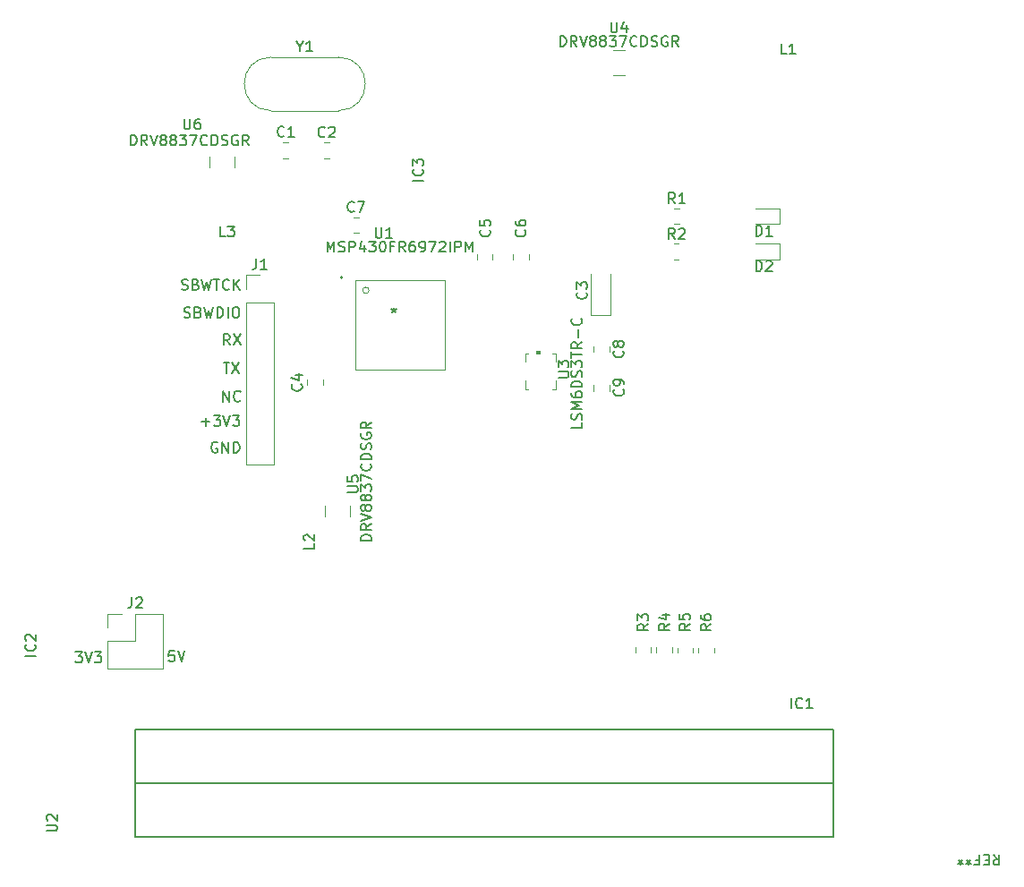
<source format=gbr>
%TF.GenerationSoftware,KiCad,Pcbnew,(6.0.1)*%
%TF.CreationDate,2022-03-12T11:24:15-03:00*%
%TF.ProjectId,magnetorquer_v2_2,6d61676e-6574-46f7-9271-7565725f7632,rev?*%
%TF.SameCoordinates,Original*%
%TF.FileFunction,Legend,Top*%
%TF.FilePolarity,Positive*%
%FSLAX46Y46*%
G04 Gerber Fmt 4.6, Leading zero omitted, Abs format (unit mm)*
G04 Created by KiCad (PCBNEW (6.0.1)) date 2022-03-12 11:24:15*
%MOMM*%
%LPD*%
G01*
G04 APERTURE LIST*
%ADD10C,0.150000*%
%ADD11C,0.120000*%
%ADD12C,0.200000*%
%ADD13C,0.100000*%
G04 APERTURE END LIST*
D10*
X112168085Y-107741980D02*
X112168085Y-106741980D01*
X112739514Y-107741980D01*
X112739514Y-106741980D01*
X113787133Y-107646742D02*
X113739514Y-107694361D01*
X113596657Y-107741980D01*
X113501419Y-107741980D01*
X113358561Y-107694361D01*
X113263323Y-107599123D01*
X113215704Y-107503885D01*
X113168085Y-107313409D01*
X113168085Y-107170552D01*
X113215704Y-106980076D01*
X113263323Y-106884838D01*
X113358561Y-106789600D01*
X113501419Y-106741980D01*
X113596657Y-106741980D01*
X113739514Y-106789600D01*
X113787133Y-106837219D01*
X112787133Y-102382580D02*
X112453800Y-101906390D01*
X112215704Y-102382580D02*
X112215704Y-101382580D01*
X112596657Y-101382580D01*
X112691895Y-101430200D01*
X112739514Y-101477819D01*
X112787133Y-101573057D01*
X112787133Y-101715914D01*
X112739514Y-101811152D01*
X112691895Y-101858771D01*
X112596657Y-101906390D01*
X112215704Y-101906390D01*
X113120466Y-101382580D02*
X113787133Y-102382580D01*
X113787133Y-101382580D02*
X113120466Y-102382580D01*
X108234504Y-97127961D02*
X108377361Y-97175580D01*
X108615457Y-97175580D01*
X108710695Y-97127961D01*
X108758314Y-97080342D01*
X108805933Y-96985104D01*
X108805933Y-96889866D01*
X108758314Y-96794628D01*
X108710695Y-96747009D01*
X108615457Y-96699390D01*
X108424980Y-96651771D01*
X108329742Y-96604152D01*
X108282123Y-96556533D01*
X108234504Y-96461295D01*
X108234504Y-96366057D01*
X108282123Y-96270819D01*
X108329742Y-96223200D01*
X108424980Y-96175580D01*
X108663076Y-96175580D01*
X108805933Y-96223200D01*
X109567838Y-96651771D02*
X109710695Y-96699390D01*
X109758314Y-96747009D01*
X109805933Y-96842247D01*
X109805933Y-96985104D01*
X109758314Y-97080342D01*
X109710695Y-97127961D01*
X109615457Y-97175580D01*
X109234504Y-97175580D01*
X109234504Y-96175580D01*
X109567838Y-96175580D01*
X109663076Y-96223200D01*
X109710695Y-96270819D01*
X109758314Y-96366057D01*
X109758314Y-96461295D01*
X109710695Y-96556533D01*
X109663076Y-96604152D01*
X109567838Y-96651771D01*
X109234504Y-96651771D01*
X110139266Y-96175580D02*
X110377361Y-97175580D01*
X110567838Y-96461295D01*
X110758314Y-97175580D01*
X110996409Y-96175580D01*
X111234504Y-96175580D02*
X111805933Y-96175580D01*
X111520219Y-97175580D02*
X111520219Y-96175580D01*
X112710695Y-97080342D02*
X112663076Y-97127961D01*
X112520219Y-97175580D01*
X112424980Y-97175580D01*
X112282123Y-97127961D01*
X112186885Y-97032723D01*
X112139266Y-96937485D01*
X112091647Y-96747009D01*
X112091647Y-96604152D01*
X112139266Y-96413676D01*
X112186885Y-96318438D01*
X112282123Y-96223200D01*
X112424980Y-96175580D01*
X112520219Y-96175580D01*
X112663076Y-96223200D01*
X112710695Y-96270819D01*
X113139266Y-97175580D02*
X113139266Y-96175580D01*
X113710695Y-97175580D02*
X113282123Y-96604152D01*
X113710695Y-96175580D02*
X113139266Y-96747009D01*
X98202904Y-131430780D02*
X98821952Y-131430780D01*
X98488619Y-131811733D01*
X98631476Y-131811733D01*
X98726714Y-131859352D01*
X98774333Y-131906971D01*
X98821952Y-132002209D01*
X98821952Y-132240304D01*
X98774333Y-132335542D01*
X98726714Y-132383161D01*
X98631476Y-132430780D01*
X98345761Y-132430780D01*
X98250523Y-132383161D01*
X98202904Y-132335542D01*
X99107666Y-131430780D02*
X99441000Y-132430780D01*
X99774333Y-131430780D01*
X100012428Y-131430780D02*
X100631476Y-131430780D01*
X100298142Y-131811733D01*
X100441000Y-131811733D01*
X100536238Y-131859352D01*
X100583857Y-131906971D01*
X100631476Y-132002209D01*
X100631476Y-132240304D01*
X100583857Y-132335542D01*
X100536238Y-132383161D01*
X100441000Y-132430780D01*
X100155285Y-132430780D01*
X100060047Y-132383161D01*
X100012428Y-132335542D01*
X108455152Y-99769561D02*
X108598009Y-99817180D01*
X108836104Y-99817180D01*
X108931342Y-99769561D01*
X108978961Y-99721942D01*
X109026580Y-99626704D01*
X109026580Y-99531466D01*
X108978961Y-99436228D01*
X108931342Y-99388609D01*
X108836104Y-99340990D01*
X108645628Y-99293371D01*
X108550390Y-99245752D01*
X108502771Y-99198133D01*
X108455152Y-99102895D01*
X108455152Y-99007657D01*
X108502771Y-98912419D01*
X108550390Y-98864800D01*
X108645628Y-98817180D01*
X108883723Y-98817180D01*
X109026580Y-98864800D01*
X109788485Y-99293371D02*
X109931342Y-99340990D01*
X109978961Y-99388609D01*
X110026580Y-99483847D01*
X110026580Y-99626704D01*
X109978961Y-99721942D01*
X109931342Y-99769561D01*
X109836104Y-99817180D01*
X109455152Y-99817180D01*
X109455152Y-98817180D01*
X109788485Y-98817180D01*
X109883723Y-98864800D01*
X109931342Y-98912419D01*
X109978961Y-99007657D01*
X109978961Y-99102895D01*
X109931342Y-99198133D01*
X109883723Y-99245752D01*
X109788485Y-99293371D01*
X109455152Y-99293371D01*
X110359914Y-98817180D02*
X110598009Y-99817180D01*
X110788485Y-99102895D01*
X110978961Y-99817180D01*
X111217057Y-98817180D01*
X111598009Y-99817180D02*
X111598009Y-98817180D01*
X111836104Y-98817180D01*
X111978961Y-98864800D01*
X112074200Y-98960038D01*
X112121819Y-99055276D01*
X112169438Y-99245752D01*
X112169438Y-99388609D01*
X112121819Y-99579085D01*
X112074200Y-99674323D01*
X111978961Y-99769561D01*
X111836104Y-99817180D01*
X111598009Y-99817180D01*
X112598009Y-99817180D02*
X112598009Y-98817180D01*
X113264676Y-98817180D02*
X113455152Y-98817180D01*
X113550390Y-98864800D01*
X113645628Y-98960038D01*
X113693247Y-99150514D01*
X113693247Y-99483847D01*
X113645628Y-99674323D01*
X113550390Y-99769561D01*
X113455152Y-99817180D01*
X113264676Y-99817180D01*
X113169438Y-99769561D01*
X113074200Y-99674323D01*
X113026580Y-99483847D01*
X113026580Y-99150514D01*
X113074200Y-98960038D01*
X113169438Y-98864800D01*
X113264676Y-98817180D01*
X107530923Y-131329180D02*
X107054733Y-131329180D01*
X107007114Y-131805371D01*
X107054733Y-131757752D01*
X107149971Y-131710133D01*
X107388066Y-131710133D01*
X107483304Y-131757752D01*
X107530923Y-131805371D01*
X107578542Y-131900609D01*
X107578542Y-132138704D01*
X107530923Y-132233942D01*
X107483304Y-132281561D01*
X107388066Y-132329180D01*
X107149971Y-132329180D01*
X107054733Y-132281561D01*
X107007114Y-132233942D01*
X107864257Y-131329180D02*
X108197590Y-132329180D01*
X108530923Y-131329180D01*
X112191895Y-104049580D02*
X112763323Y-104049580D01*
X112477609Y-105049580D02*
X112477609Y-104049580D01*
X113001419Y-104049580D02*
X113668085Y-105049580D01*
X113668085Y-104049580D02*
X113001419Y-105049580D01*
X110125095Y-109672428D02*
X110887000Y-109672428D01*
X110506047Y-110053380D02*
X110506047Y-109291476D01*
X111267952Y-109053380D02*
X111887000Y-109053380D01*
X111553666Y-109434333D01*
X111696523Y-109434333D01*
X111791761Y-109481952D01*
X111839380Y-109529571D01*
X111887000Y-109624809D01*
X111887000Y-109862904D01*
X111839380Y-109958142D01*
X111791761Y-110005761D01*
X111696523Y-110053380D01*
X111410809Y-110053380D01*
X111315571Y-110005761D01*
X111267952Y-109958142D01*
X112172714Y-109053380D02*
X112506047Y-110053380D01*
X112839380Y-109053380D01*
X113077476Y-109053380D02*
X113696523Y-109053380D01*
X113363190Y-109434333D01*
X113506047Y-109434333D01*
X113601285Y-109481952D01*
X113648904Y-109529571D01*
X113696523Y-109624809D01*
X113696523Y-109862904D01*
X113648904Y-109958142D01*
X113601285Y-110005761D01*
X113506047Y-110053380D01*
X113220333Y-110053380D01*
X113125095Y-110005761D01*
X113077476Y-109958142D01*
X111607695Y-111615600D02*
X111512457Y-111567980D01*
X111369600Y-111567980D01*
X111226742Y-111615600D01*
X111131504Y-111710838D01*
X111083885Y-111806076D01*
X111036266Y-111996552D01*
X111036266Y-112139409D01*
X111083885Y-112329885D01*
X111131504Y-112425123D01*
X111226742Y-112520361D01*
X111369600Y-112567980D01*
X111464838Y-112567980D01*
X111607695Y-112520361D01*
X111655314Y-112472742D01*
X111655314Y-112139409D01*
X111464838Y-112139409D01*
X112083885Y-112567980D02*
X112083885Y-111567980D01*
X112655314Y-112567980D01*
X112655314Y-111567980D01*
X113131504Y-112567980D02*
X113131504Y-111567980D01*
X113369600Y-111567980D01*
X113512457Y-111615600D01*
X113607695Y-111710838D01*
X113655314Y-111806076D01*
X113702933Y-111996552D01*
X113702933Y-112139409D01*
X113655314Y-112329885D01*
X113607695Y-112425123D01*
X113512457Y-112520361D01*
X113369600Y-112567980D01*
X113131504Y-112567980D01*
%TO.C,U5*%
X123912380Y-116331904D02*
X124721904Y-116331904D01*
X124817142Y-116284285D01*
X124864761Y-116236666D01*
X124912380Y-116141428D01*
X124912380Y-115950952D01*
X124864761Y-115855714D01*
X124817142Y-115808095D01*
X124721904Y-115760476D01*
X123912380Y-115760476D01*
X123912380Y-114808095D02*
X123912380Y-115284285D01*
X124388571Y-115331904D01*
X124340952Y-115284285D01*
X124293333Y-115189047D01*
X124293333Y-114950952D01*
X124340952Y-114855714D01*
X124388571Y-114808095D01*
X124483809Y-114760476D01*
X124721904Y-114760476D01*
X124817142Y-114808095D01*
X124864761Y-114855714D01*
X124912380Y-114950952D01*
X124912380Y-115189047D01*
X124864761Y-115284285D01*
X124817142Y-115331904D01*
X126182380Y-120887428D02*
X125182380Y-120887428D01*
X125182380Y-120649333D01*
X125230000Y-120506476D01*
X125325238Y-120411238D01*
X125420476Y-120363619D01*
X125610952Y-120316000D01*
X125753809Y-120316000D01*
X125944285Y-120363619D01*
X126039523Y-120411238D01*
X126134761Y-120506476D01*
X126182380Y-120649333D01*
X126182380Y-120887428D01*
X126182380Y-119316000D02*
X125706190Y-119649333D01*
X126182380Y-119887428D02*
X125182380Y-119887428D01*
X125182380Y-119506476D01*
X125230000Y-119411238D01*
X125277619Y-119363619D01*
X125372857Y-119316000D01*
X125515714Y-119316000D01*
X125610952Y-119363619D01*
X125658571Y-119411238D01*
X125706190Y-119506476D01*
X125706190Y-119887428D01*
X125182380Y-119030285D02*
X126182380Y-118696952D01*
X125182380Y-118363619D01*
X125610952Y-117887428D02*
X125563333Y-117982666D01*
X125515714Y-118030285D01*
X125420476Y-118077904D01*
X125372857Y-118077904D01*
X125277619Y-118030285D01*
X125230000Y-117982666D01*
X125182380Y-117887428D01*
X125182380Y-117696952D01*
X125230000Y-117601714D01*
X125277619Y-117554095D01*
X125372857Y-117506476D01*
X125420476Y-117506476D01*
X125515714Y-117554095D01*
X125563333Y-117601714D01*
X125610952Y-117696952D01*
X125610952Y-117887428D01*
X125658571Y-117982666D01*
X125706190Y-118030285D01*
X125801428Y-118077904D01*
X125991904Y-118077904D01*
X126087142Y-118030285D01*
X126134761Y-117982666D01*
X126182380Y-117887428D01*
X126182380Y-117696952D01*
X126134761Y-117601714D01*
X126087142Y-117554095D01*
X125991904Y-117506476D01*
X125801428Y-117506476D01*
X125706190Y-117554095D01*
X125658571Y-117601714D01*
X125610952Y-117696952D01*
X125610952Y-116935047D02*
X125563333Y-117030285D01*
X125515714Y-117077904D01*
X125420476Y-117125523D01*
X125372857Y-117125523D01*
X125277619Y-117077904D01*
X125230000Y-117030285D01*
X125182380Y-116935047D01*
X125182380Y-116744571D01*
X125230000Y-116649333D01*
X125277619Y-116601714D01*
X125372857Y-116554095D01*
X125420476Y-116554095D01*
X125515714Y-116601714D01*
X125563333Y-116649333D01*
X125610952Y-116744571D01*
X125610952Y-116935047D01*
X125658571Y-117030285D01*
X125706190Y-117077904D01*
X125801428Y-117125523D01*
X125991904Y-117125523D01*
X126087142Y-117077904D01*
X126134761Y-117030285D01*
X126182380Y-116935047D01*
X126182380Y-116744571D01*
X126134761Y-116649333D01*
X126087142Y-116601714D01*
X125991904Y-116554095D01*
X125801428Y-116554095D01*
X125706190Y-116601714D01*
X125658571Y-116649333D01*
X125610952Y-116744571D01*
X125182380Y-116220761D02*
X125182380Y-115601714D01*
X125563333Y-115935047D01*
X125563333Y-115792190D01*
X125610952Y-115696952D01*
X125658571Y-115649333D01*
X125753809Y-115601714D01*
X125991904Y-115601714D01*
X126087142Y-115649333D01*
X126134761Y-115696952D01*
X126182380Y-115792190D01*
X126182380Y-116077904D01*
X126134761Y-116173142D01*
X126087142Y-116220761D01*
X125182380Y-115268380D02*
X125182380Y-114601714D01*
X126182380Y-115030285D01*
X126087142Y-113649333D02*
X126134761Y-113696952D01*
X126182380Y-113839809D01*
X126182380Y-113935047D01*
X126134761Y-114077904D01*
X126039523Y-114173142D01*
X125944285Y-114220761D01*
X125753809Y-114268380D01*
X125610952Y-114268380D01*
X125420476Y-114220761D01*
X125325238Y-114173142D01*
X125230000Y-114077904D01*
X125182380Y-113935047D01*
X125182380Y-113839809D01*
X125230000Y-113696952D01*
X125277619Y-113649333D01*
X126182380Y-113220761D02*
X125182380Y-113220761D01*
X125182380Y-112982666D01*
X125230000Y-112839809D01*
X125325238Y-112744571D01*
X125420476Y-112696952D01*
X125610952Y-112649333D01*
X125753809Y-112649333D01*
X125944285Y-112696952D01*
X126039523Y-112744571D01*
X126134761Y-112839809D01*
X126182380Y-112982666D01*
X126182380Y-113220761D01*
X126134761Y-112268380D02*
X126182380Y-112125523D01*
X126182380Y-111887428D01*
X126134761Y-111792190D01*
X126087142Y-111744571D01*
X125991904Y-111696952D01*
X125896666Y-111696952D01*
X125801428Y-111744571D01*
X125753809Y-111792190D01*
X125706190Y-111887428D01*
X125658571Y-112077904D01*
X125610952Y-112173142D01*
X125563333Y-112220761D01*
X125468095Y-112268380D01*
X125372857Y-112268380D01*
X125277619Y-112220761D01*
X125230000Y-112173142D01*
X125182380Y-112077904D01*
X125182380Y-111839809D01*
X125230000Y-111696952D01*
X125230000Y-110744571D02*
X125182380Y-110839809D01*
X125182380Y-110982666D01*
X125230000Y-111125523D01*
X125325238Y-111220761D01*
X125420476Y-111268380D01*
X125610952Y-111316000D01*
X125753809Y-111316000D01*
X125944285Y-111268380D01*
X126039523Y-111220761D01*
X126134761Y-111125523D01*
X126182380Y-110982666D01*
X126182380Y-110887428D01*
X126134761Y-110744571D01*
X126087142Y-110696952D01*
X125753809Y-110696952D01*
X125753809Y-110887428D01*
X126182380Y-109696952D02*
X125706190Y-110030285D01*
X126182380Y-110268380D02*
X125182380Y-110268380D01*
X125182380Y-109887428D01*
X125230000Y-109792190D01*
X125277619Y-109744571D01*
X125372857Y-109696952D01*
X125515714Y-109696952D01*
X125610952Y-109744571D01*
X125658571Y-109792190D01*
X125706190Y-109887428D01*
X125706190Y-110268380D01*
%TO.C,R6*%
X158313380Y-128817666D02*
X157837190Y-129151000D01*
X158313380Y-129389095D02*
X157313380Y-129389095D01*
X157313380Y-129008142D01*
X157361000Y-128912904D01*
X157408619Y-128865285D01*
X157503857Y-128817666D01*
X157646714Y-128817666D01*
X157741952Y-128865285D01*
X157789571Y-128912904D01*
X157837190Y-129008142D01*
X157837190Y-129389095D01*
X157313380Y-127960523D02*
X157313380Y-128151000D01*
X157361000Y-128246238D01*
X157408619Y-128293857D01*
X157551476Y-128389095D01*
X157741952Y-128436714D01*
X158122904Y-128436714D01*
X158218142Y-128389095D01*
X158265761Y-128341476D01*
X158313380Y-128246238D01*
X158313380Y-128055761D01*
X158265761Y-127960523D01*
X158218142Y-127912904D01*
X158122904Y-127865285D01*
X157884809Y-127865285D01*
X157789571Y-127912904D01*
X157741952Y-127960523D01*
X157694333Y-128055761D01*
X157694333Y-128246238D01*
X157741952Y-128341476D01*
X157789571Y-128389095D01*
X157884809Y-128436714D01*
%TO.C,R5*%
X156306780Y-128766866D02*
X155830590Y-129100200D01*
X156306780Y-129338295D02*
X155306780Y-129338295D01*
X155306780Y-128957342D01*
X155354400Y-128862104D01*
X155402019Y-128814485D01*
X155497257Y-128766866D01*
X155640114Y-128766866D01*
X155735352Y-128814485D01*
X155782971Y-128862104D01*
X155830590Y-128957342D01*
X155830590Y-129338295D01*
X155306780Y-127862104D02*
X155306780Y-128338295D01*
X155782971Y-128385914D01*
X155735352Y-128338295D01*
X155687733Y-128243057D01*
X155687733Y-128004961D01*
X155735352Y-127909723D01*
X155782971Y-127862104D01*
X155878209Y-127814485D01*
X156116304Y-127814485D01*
X156211542Y-127862104D01*
X156259161Y-127909723D01*
X156306780Y-128004961D01*
X156306780Y-128243057D01*
X156259161Y-128338295D01*
X156211542Y-128385914D01*
%TO.C,R4*%
X154376380Y-128766866D02*
X153900190Y-129100200D01*
X154376380Y-129338295D02*
X153376380Y-129338295D01*
X153376380Y-128957342D01*
X153424000Y-128862104D01*
X153471619Y-128814485D01*
X153566857Y-128766866D01*
X153709714Y-128766866D01*
X153804952Y-128814485D01*
X153852571Y-128862104D01*
X153900190Y-128957342D01*
X153900190Y-129338295D01*
X153709714Y-127909723D02*
X154376380Y-127909723D01*
X153328761Y-128147819D02*
X154043047Y-128385914D01*
X154043047Y-127766866D01*
%TO.C,R3*%
X152369780Y-128792266D02*
X151893590Y-129125600D01*
X152369780Y-129363695D02*
X151369780Y-129363695D01*
X151369780Y-128982742D01*
X151417400Y-128887504D01*
X151465019Y-128839885D01*
X151560257Y-128792266D01*
X151703114Y-128792266D01*
X151798352Y-128839885D01*
X151845971Y-128887504D01*
X151893590Y-128982742D01*
X151893590Y-129363695D01*
X151369780Y-128458933D02*
X151369780Y-127839885D01*
X151750733Y-128173219D01*
X151750733Y-128030361D01*
X151798352Y-127935123D01*
X151845971Y-127887504D01*
X151941209Y-127839885D01*
X152179304Y-127839885D01*
X152274542Y-127887504D01*
X152322161Y-127935123D01*
X152369780Y-128030361D01*
X152369780Y-128316076D01*
X152322161Y-128411314D01*
X152274542Y-128458933D01*
%TO.C,U1*%
X126568295Y-91273380D02*
X126568295Y-92082904D01*
X126615914Y-92178142D01*
X126663533Y-92225761D01*
X126758771Y-92273380D01*
X126949247Y-92273380D01*
X127044485Y-92225761D01*
X127092104Y-92178142D01*
X127139723Y-92082904D01*
X127139723Y-91273380D01*
X128139723Y-92273380D02*
X127568295Y-92273380D01*
X127854009Y-92273380D02*
X127854009Y-91273380D01*
X127758771Y-91416238D01*
X127663533Y-91511476D01*
X127568295Y-91559095D01*
X121998647Y-93594180D02*
X121998647Y-92594180D01*
X122331980Y-93308466D01*
X122665314Y-92594180D01*
X122665314Y-93594180D01*
X123093885Y-93546561D02*
X123236742Y-93594180D01*
X123474838Y-93594180D01*
X123570076Y-93546561D01*
X123617695Y-93498942D01*
X123665314Y-93403704D01*
X123665314Y-93308466D01*
X123617695Y-93213228D01*
X123570076Y-93165609D01*
X123474838Y-93117990D01*
X123284361Y-93070371D01*
X123189123Y-93022752D01*
X123141504Y-92975133D01*
X123093885Y-92879895D01*
X123093885Y-92784657D01*
X123141504Y-92689419D01*
X123189123Y-92641800D01*
X123284361Y-92594180D01*
X123522457Y-92594180D01*
X123665314Y-92641800D01*
X124093885Y-93594180D02*
X124093885Y-92594180D01*
X124474838Y-92594180D01*
X124570076Y-92641800D01*
X124617695Y-92689419D01*
X124665314Y-92784657D01*
X124665314Y-92927514D01*
X124617695Y-93022752D01*
X124570076Y-93070371D01*
X124474838Y-93117990D01*
X124093885Y-93117990D01*
X125522457Y-92927514D02*
X125522457Y-93594180D01*
X125284361Y-92546561D02*
X125046266Y-93260847D01*
X125665314Y-93260847D01*
X125951028Y-92594180D02*
X126570076Y-92594180D01*
X126236742Y-92975133D01*
X126379600Y-92975133D01*
X126474838Y-93022752D01*
X126522457Y-93070371D01*
X126570076Y-93165609D01*
X126570076Y-93403704D01*
X126522457Y-93498942D01*
X126474838Y-93546561D01*
X126379600Y-93594180D01*
X126093885Y-93594180D01*
X125998647Y-93546561D01*
X125951028Y-93498942D01*
X127189123Y-92594180D02*
X127284361Y-92594180D01*
X127379600Y-92641800D01*
X127427219Y-92689419D01*
X127474838Y-92784657D01*
X127522457Y-92975133D01*
X127522457Y-93213228D01*
X127474838Y-93403704D01*
X127427219Y-93498942D01*
X127379600Y-93546561D01*
X127284361Y-93594180D01*
X127189123Y-93594180D01*
X127093885Y-93546561D01*
X127046266Y-93498942D01*
X126998647Y-93403704D01*
X126951028Y-93213228D01*
X126951028Y-92975133D01*
X126998647Y-92784657D01*
X127046266Y-92689419D01*
X127093885Y-92641800D01*
X127189123Y-92594180D01*
X128284361Y-93070371D02*
X127951028Y-93070371D01*
X127951028Y-93594180D02*
X127951028Y-92594180D01*
X128427219Y-92594180D01*
X129379600Y-93594180D02*
X129046266Y-93117990D01*
X128808171Y-93594180D02*
X128808171Y-92594180D01*
X129189123Y-92594180D01*
X129284361Y-92641800D01*
X129331980Y-92689419D01*
X129379600Y-92784657D01*
X129379600Y-92927514D01*
X129331980Y-93022752D01*
X129284361Y-93070371D01*
X129189123Y-93117990D01*
X128808171Y-93117990D01*
X130236742Y-92594180D02*
X130046266Y-92594180D01*
X129951028Y-92641800D01*
X129903409Y-92689419D01*
X129808171Y-92832276D01*
X129760552Y-93022752D01*
X129760552Y-93403704D01*
X129808171Y-93498942D01*
X129855790Y-93546561D01*
X129951028Y-93594180D01*
X130141504Y-93594180D01*
X130236742Y-93546561D01*
X130284361Y-93498942D01*
X130331980Y-93403704D01*
X130331980Y-93165609D01*
X130284361Y-93070371D01*
X130236742Y-93022752D01*
X130141504Y-92975133D01*
X129951028Y-92975133D01*
X129855790Y-93022752D01*
X129808171Y-93070371D01*
X129760552Y-93165609D01*
X130808171Y-93594180D02*
X130998647Y-93594180D01*
X131093885Y-93546561D01*
X131141504Y-93498942D01*
X131236742Y-93356085D01*
X131284361Y-93165609D01*
X131284361Y-92784657D01*
X131236742Y-92689419D01*
X131189123Y-92641800D01*
X131093885Y-92594180D01*
X130903409Y-92594180D01*
X130808171Y-92641800D01*
X130760552Y-92689419D01*
X130712933Y-92784657D01*
X130712933Y-93022752D01*
X130760552Y-93117990D01*
X130808171Y-93165609D01*
X130903409Y-93213228D01*
X131093885Y-93213228D01*
X131189123Y-93165609D01*
X131236742Y-93117990D01*
X131284361Y-93022752D01*
X131617695Y-92594180D02*
X132284361Y-92594180D01*
X131855790Y-93594180D01*
X132617695Y-92689419D02*
X132665314Y-92641800D01*
X132760552Y-92594180D01*
X132998647Y-92594180D01*
X133093885Y-92641800D01*
X133141504Y-92689419D01*
X133189123Y-92784657D01*
X133189123Y-92879895D01*
X133141504Y-93022752D01*
X132570076Y-93594180D01*
X133189123Y-93594180D01*
X133617695Y-93594180D02*
X133617695Y-92594180D01*
X134093885Y-93594180D02*
X134093885Y-92594180D01*
X134474838Y-92594180D01*
X134570076Y-92641800D01*
X134617695Y-92689419D01*
X134665314Y-92784657D01*
X134665314Y-92927514D01*
X134617695Y-93022752D01*
X134570076Y-93070371D01*
X134474838Y-93117990D01*
X134093885Y-93117990D01*
X135093885Y-93594180D02*
X135093885Y-92594180D01*
X135427219Y-93308466D01*
X135760552Y-92594180D01*
X135760552Y-93594180D01*
X128295400Y-98867980D02*
X128295400Y-99106076D01*
X128057304Y-99010838D02*
X128295400Y-99106076D01*
X128533495Y-99010838D01*
X128152542Y-99296552D02*
X128295400Y-99106076D01*
X128438257Y-99296552D01*
%TO.C,*%
%TO.C,L2*%
X120784880Y-121170666D02*
X120784880Y-121646857D01*
X119784880Y-121646857D01*
X119880119Y-120884952D02*
X119832500Y-120837333D01*
X119784880Y-120742095D01*
X119784880Y-120504000D01*
X119832500Y-120408761D01*
X119880119Y-120361142D01*
X119975357Y-120313523D01*
X120070595Y-120313523D01*
X120213452Y-120361142D01*
X120784880Y-120932571D01*
X120784880Y-120313523D01*
%TO.C,C3*%
X146485942Y-97423266D02*
X146533561Y-97470885D01*
X146581180Y-97613742D01*
X146581180Y-97708980D01*
X146533561Y-97851838D01*
X146438323Y-97947076D01*
X146343085Y-97994695D01*
X146152609Y-98042314D01*
X146009752Y-98042314D01*
X145819276Y-97994695D01*
X145724038Y-97947076D01*
X145628800Y-97851838D01*
X145581180Y-97708980D01*
X145581180Y-97613742D01*
X145628800Y-97470885D01*
X145676419Y-97423266D01*
X145581180Y-97089933D02*
X145581180Y-96470885D01*
X145962133Y-96804219D01*
X145962133Y-96661361D01*
X146009752Y-96566123D01*
X146057371Y-96518504D01*
X146152609Y-96470885D01*
X146390704Y-96470885D01*
X146485942Y-96518504D01*
X146533561Y-96566123D01*
X146581180Y-96661361D01*
X146581180Y-96947076D01*
X146533561Y-97042314D01*
X146485942Y-97089933D01*
%TO.C,U2*%
X95452380Y-148361304D02*
X96261904Y-148361304D01*
X96357142Y-148313685D01*
X96404761Y-148266066D01*
X96452380Y-148170828D01*
X96452380Y-147980352D01*
X96404761Y-147885114D01*
X96357142Y-147837495D01*
X96261904Y-147789876D01*
X95452380Y-147789876D01*
X95547619Y-147361304D02*
X95500000Y-147313685D01*
X95452380Y-147218447D01*
X95452380Y-146980352D01*
X95500000Y-146885114D01*
X95547619Y-146837495D01*
X95642857Y-146789876D01*
X95738095Y-146789876D01*
X95880952Y-146837495D01*
X96452380Y-147408923D01*
X96452380Y-146789876D01*
%TO.C,C2*%
X121778733Y-82649542D02*
X121731114Y-82697161D01*
X121588257Y-82744780D01*
X121493019Y-82744780D01*
X121350161Y-82697161D01*
X121254923Y-82601923D01*
X121207304Y-82506685D01*
X121159685Y-82316209D01*
X121159685Y-82173352D01*
X121207304Y-81982876D01*
X121254923Y-81887638D01*
X121350161Y-81792400D01*
X121493019Y-81744780D01*
X121588257Y-81744780D01*
X121731114Y-81792400D01*
X121778733Y-81840019D01*
X122159685Y-81840019D02*
X122207304Y-81792400D01*
X122302542Y-81744780D01*
X122540638Y-81744780D01*
X122635876Y-81792400D01*
X122683495Y-81840019D01*
X122731114Y-81935257D01*
X122731114Y-82030495D01*
X122683495Y-82173352D01*
X122112066Y-82744780D01*
X122731114Y-82744780D01*
%TO.C,C7*%
X124547333Y-89736142D02*
X124499714Y-89783761D01*
X124356857Y-89831380D01*
X124261619Y-89831380D01*
X124118761Y-89783761D01*
X124023523Y-89688523D01*
X123975904Y-89593285D01*
X123928285Y-89402809D01*
X123928285Y-89259952D01*
X123975904Y-89069476D01*
X124023523Y-88974238D01*
X124118761Y-88879000D01*
X124261619Y-88831380D01*
X124356857Y-88831380D01*
X124499714Y-88879000D01*
X124547333Y-88926619D01*
X124880666Y-88831380D02*
X125547333Y-88831380D01*
X125118761Y-89831380D01*
%TO.C,C5*%
X137339342Y-91505066D02*
X137386961Y-91552685D01*
X137434580Y-91695542D01*
X137434580Y-91790780D01*
X137386961Y-91933638D01*
X137291723Y-92028876D01*
X137196485Y-92076495D01*
X137006009Y-92124114D01*
X136863152Y-92124114D01*
X136672676Y-92076495D01*
X136577438Y-92028876D01*
X136482200Y-91933638D01*
X136434580Y-91790780D01*
X136434580Y-91695542D01*
X136482200Y-91552685D01*
X136529819Y-91505066D01*
X136434580Y-90600304D02*
X136434580Y-91076495D01*
X136910771Y-91124114D01*
X136863152Y-91076495D01*
X136815533Y-90981257D01*
X136815533Y-90743161D01*
X136863152Y-90647923D01*
X136910771Y-90600304D01*
X137006009Y-90552685D01*
X137244104Y-90552685D01*
X137339342Y-90600304D01*
X137386961Y-90647923D01*
X137434580Y-90743161D01*
X137434580Y-90981257D01*
X137386961Y-91076495D01*
X137339342Y-91124114D01*
%TO.C,R2*%
X154874933Y-92350580D02*
X154541600Y-91874390D01*
X154303504Y-92350580D02*
X154303504Y-91350580D01*
X154684457Y-91350580D01*
X154779695Y-91398200D01*
X154827314Y-91445819D01*
X154874933Y-91541057D01*
X154874933Y-91683914D01*
X154827314Y-91779152D01*
X154779695Y-91826771D01*
X154684457Y-91874390D01*
X154303504Y-91874390D01*
X155255885Y-91445819D02*
X155303504Y-91398200D01*
X155398742Y-91350580D01*
X155636838Y-91350580D01*
X155732076Y-91398200D01*
X155779695Y-91445819D01*
X155827314Y-91541057D01*
X155827314Y-91636295D01*
X155779695Y-91779152D01*
X155208266Y-92350580D01*
X155827314Y-92350580D01*
%TO.C,Y1*%
X119401809Y-74149790D02*
X119401809Y-74625980D01*
X119068476Y-73625980D02*
X119401809Y-74149790D01*
X119735142Y-73625980D01*
X120592285Y-74625980D02*
X120020857Y-74625980D01*
X120306571Y-74625980D02*
X120306571Y-73625980D01*
X120211333Y-73768838D01*
X120116095Y-73864076D01*
X120020857Y-73911695D01*
%TO.C,C4*%
X119530342Y-106110066D02*
X119577961Y-106157685D01*
X119625580Y-106300542D01*
X119625580Y-106395780D01*
X119577961Y-106538638D01*
X119482723Y-106633876D01*
X119387485Y-106681495D01*
X119197009Y-106729114D01*
X119054152Y-106729114D01*
X118863676Y-106681495D01*
X118768438Y-106633876D01*
X118673200Y-106538638D01*
X118625580Y-106395780D01*
X118625580Y-106300542D01*
X118673200Y-106157685D01*
X118720819Y-106110066D01*
X118958914Y-105252923D02*
X119625580Y-105252923D01*
X118577961Y-105491019D02*
X119292247Y-105729114D01*
X119292247Y-105110066D01*
%TO.C,U6*%
X108458095Y-80986380D02*
X108458095Y-81795904D01*
X108505714Y-81891142D01*
X108553333Y-81938761D01*
X108648571Y-81986380D01*
X108839047Y-81986380D01*
X108934285Y-81938761D01*
X108981904Y-81891142D01*
X109029523Y-81795904D01*
X109029523Y-80986380D01*
X109934285Y-80986380D02*
X109743809Y-80986380D01*
X109648571Y-81034000D01*
X109600952Y-81081619D01*
X109505714Y-81224476D01*
X109458095Y-81414952D01*
X109458095Y-81795904D01*
X109505714Y-81891142D01*
X109553333Y-81938761D01*
X109648571Y-81986380D01*
X109839047Y-81986380D01*
X109934285Y-81938761D01*
X109981904Y-81891142D01*
X110029523Y-81795904D01*
X110029523Y-81557809D01*
X109981904Y-81462571D01*
X109934285Y-81414952D01*
X109839047Y-81367333D01*
X109648571Y-81367333D01*
X109553333Y-81414952D01*
X109505714Y-81462571D01*
X109458095Y-81557809D01*
X103394571Y-83510380D02*
X103394571Y-82510380D01*
X103632666Y-82510380D01*
X103775523Y-82558000D01*
X103870761Y-82653238D01*
X103918380Y-82748476D01*
X103966000Y-82938952D01*
X103966000Y-83081809D01*
X103918380Y-83272285D01*
X103870761Y-83367523D01*
X103775523Y-83462761D01*
X103632666Y-83510380D01*
X103394571Y-83510380D01*
X104966000Y-83510380D02*
X104632666Y-83034190D01*
X104394571Y-83510380D02*
X104394571Y-82510380D01*
X104775523Y-82510380D01*
X104870761Y-82558000D01*
X104918380Y-82605619D01*
X104966000Y-82700857D01*
X104966000Y-82843714D01*
X104918380Y-82938952D01*
X104870761Y-82986571D01*
X104775523Y-83034190D01*
X104394571Y-83034190D01*
X105251714Y-82510380D02*
X105585047Y-83510380D01*
X105918380Y-82510380D01*
X106394571Y-82938952D02*
X106299333Y-82891333D01*
X106251714Y-82843714D01*
X106204095Y-82748476D01*
X106204095Y-82700857D01*
X106251714Y-82605619D01*
X106299333Y-82558000D01*
X106394571Y-82510380D01*
X106585047Y-82510380D01*
X106680285Y-82558000D01*
X106727904Y-82605619D01*
X106775523Y-82700857D01*
X106775523Y-82748476D01*
X106727904Y-82843714D01*
X106680285Y-82891333D01*
X106585047Y-82938952D01*
X106394571Y-82938952D01*
X106299333Y-82986571D01*
X106251714Y-83034190D01*
X106204095Y-83129428D01*
X106204095Y-83319904D01*
X106251714Y-83415142D01*
X106299333Y-83462761D01*
X106394571Y-83510380D01*
X106585047Y-83510380D01*
X106680285Y-83462761D01*
X106727904Y-83415142D01*
X106775523Y-83319904D01*
X106775523Y-83129428D01*
X106727904Y-83034190D01*
X106680285Y-82986571D01*
X106585047Y-82938952D01*
X107346952Y-82938952D02*
X107251714Y-82891333D01*
X107204095Y-82843714D01*
X107156476Y-82748476D01*
X107156476Y-82700857D01*
X107204095Y-82605619D01*
X107251714Y-82558000D01*
X107346952Y-82510380D01*
X107537428Y-82510380D01*
X107632666Y-82558000D01*
X107680285Y-82605619D01*
X107727904Y-82700857D01*
X107727904Y-82748476D01*
X107680285Y-82843714D01*
X107632666Y-82891333D01*
X107537428Y-82938952D01*
X107346952Y-82938952D01*
X107251714Y-82986571D01*
X107204095Y-83034190D01*
X107156476Y-83129428D01*
X107156476Y-83319904D01*
X107204095Y-83415142D01*
X107251714Y-83462761D01*
X107346952Y-83510380D01*
X107537428Y-83510380D01*
X107632666Y-83462761D01*
X107680285Y-83415142D01*
X107727904Y-83319904D01*
X107727904Y-83129428D01*
X107680285Y-83034190D01*
X107632666Y-82986571D01*
X107537428Y-82938952D01*
X108061238Y-82510380D02*
X108680285Y-82510380D01*
X108346952Y-82891333D01*
X108489809Y-82891333D01*
X108585047Y-82938952D01*
X108632666Y-82986571D01*
X108680285Y-83081809D01*
X108680285Y-83319904D01*
X108632666Y-83415142D01*
X108585047Y-83462761D01*
X108489809Y-83510380D01*
X108204095Y-83510380D01*
X108108857Y-83462761D01*
X108061238Y-83415142D01*
X109013619Y-82510380D02*
X109680285Y-82510380D01*
X109251714Y-83510380D01*
X110632666Y-83415142D02*
X110585047Y-83462761D01*
X110442190Y-83510380D01*
X110346952Y-83510380D01*
X110204095Y-83462761D01*
X110108857Y-83367523D01*
X110061238Y-83272285D01*
X110013619Y-83081809D01*
X110013619Y-82938952D01*
X110061238Y-82748476D01*
X110108857Y-82653238D01*
X110204095Y-82558000D01*
X110346952Y-82510380D01*
X110442190Y-82510380D01*
X110585047Y-82558000D01*
X110632666Y-82605619D01*
X111061238Y-83510380D02*
X111061238Y-82510380D01*
X111299333Y-82510380D01*
X111442190Y-82558000D01*
X111537428Y-82653238D01*
X111585047Y-82748476D01*
X111632666Y-82938952D01*
X111632666Y-83081809D01*
X111585047Y-83272285D01*
X111537428Y-83367523D01*
X111442190Y-83462761D01*
X111299333Y-83510380D01*
X111061238Y-83510380D01*
X112013619Y-83462761D02*
X112156476Y-83510380D01*
X112394571Y-83510380D01*
X112489809Y-83462761D01*
X112537428Y-83415142D01*
X112585047Y-83319904D01*
X112585047Y-83224666D01*
X112537428Y-83129428D01*
X112489809Y-83081809D01*
X112394571Y-83034190D01*
X112204095Y-82986571D01*
X112108857Y-82938952D01*
X112061238Y-82891333D01*
X112013619Y-82796095D01*
X112013619Y-82700857D01*
X112061238Y-82605619D01*
X112108857Y-82558000D01*
X112204095Y-82510380D01*
X112442190Y-82510380D01*
X112585047Y-82558000D01*
X113537428Y-82558000D02*
X113442190Y-82510380D01*
X113299333Y-82510380D01*
X113156476Y-82558000D01*
X113061238Y-82653238D01*
X113013619Y-82748476D01*
X112966000Y-82938952D01*
X112966000Y-83081809D01*
X113013619Y-83272285D01*
X113061238Y-83367523D01*
X113156476Y-83462761D01*
X113299333Y-83510380D01*
X113394571Y-83510380D01*
X113537428Y-83462761D01*
X113585047Y-83415142D01*
X113585047Y-83081809D01*
X113394571Y-83081809D01*
X114585047Y-83510380D02*
X114251714Y-83034190D01*
X114013619Y-83510380D02*
X114013619Y-82510380D01*
X114394571Y-82510380D01*
X114489809Y-82558000D01*
X114537428Y-82605619D01*
X114585047Y-82700857D01*
X114585047Y-82843714D01*
X114537428Y-82938952D01*
X114489809Y-82986571D01*
X114394571Y-83034190D01*
X114013619Y-83034190D01*
%TO.C,J1*%
X115287466Y-94221580D02*
X115287466Y-94935866D01*
X115239847Y-95078723D01*
X115144609Y-95173961D01*
X115001752Y-95221580D01*
X114906514Y-95221580D01*
X116287466Y-95221580D02*
X115716038Y-95221580D01*
X116001752Y-95221580D02*
X116001752Y-94221580D01*
X115906514Y-94364438D01*
X115811276Y-94459676D01*
X115716038Y-94507295D01*
%TO.C,C6*%
X140692142Y-91505066D02*
X140739761Y-91552685D01*
X140787380Y-91695542D01*
X140787380Y-91790780D01*
X140739761Y-91933638D01*
X140644523Y-92028876D01*
X140549285Y-92076495D01*
X140358809Y-92124114D01*
X140215952Y-92124114D01*
X140025476Y-92076495D01*
X139930238Y-92028876D01*
X139835000Y-91933638D01*
X139787380Y-91790780D01*
X139787380Y-91695542D01*
X139835000Y-91552685D01*
X139882619Y-91505066D01*
X139787380Y-90647923D02*
X139787380Y-90838400D01*
X139835000Y-90933638D01*
X139882619Y-90981257D01*
X140025476Y-91076495D01*
X140215952Y-91124114D01*
X140596904Y-91124114D01*
X140692142Y-91076495D01*
X140739761Y-91028876D01*
X140787380Y-90933638D01*
X140787380Y-90743161D01*
X140739761Y-90647923D01*
X140692142Y-90600304D01*
X140596904Y-90552685D01*
X140358809Y-90552685D01*
X140263571Y-90600304D01*
X140215952Y-90647923D01*
X140168333Y-90743161D01*
X140168333Y-90933638D01*
X140215952Y-91028876D01*
X140263571Y-91076495D01*
X140358809Y-91124114D01*
%TO.C,R1*%
X154900333Y-88997780D02*
X154567000Y-88521590D01*
X154328904Y-88997780D02*
X154328904Y-87997780D01*
X154709857Y-87997780D01*
X154805095Y-88045400D01*
X154852714Y-88093019D01*
X154900333Y-88188257D01*
X154900333Y-88331114D01*
X154852714Y-88426352D01*
X154805095Y-88473971D01*
X154709857Y-88521590D01*
X154328904Y-88521590D01*
X155852714Y-88997780D02*
X155281285Y-88997780D01*
X155567000Y-88997780D02*
X155567000Y-87997780D01*
X155471761Y-88140638D01*
X155376523Y-88235876D01*
X155281285Y-88283495D01*
%TO.C,REF\u002A\u002A*%
X185000733Y-150593419D02*
X185334066Y-151069609D01*
X185572161Y-150593419D02*
X185572161Y-151593419D01*
X185191209Y-151593419D01*
X185095971Y-151545800D01*
X185048352Y-151498180D01*
X185000733Y-151402942D01*
X185000733Y-151260085D01*
X185048352Y-151164847D01*
X185095971Y-151117228D01*
X185191209Y-151069609D01*
X185572161Y-151069609D01*
X184572161Y-151117228D02*
X184238828Y-151117228D01*
X184095971Y-150593419D02*
X184572161Y-150593419D01*
X184572161Y-151593419D01*
X184095971Y-151593419D01*
X183334066Y-151117228D02*
X183667400Y-151117228D01*
X183667400Y-150593419D02*
X183667400Y-151593419D01*
X183191209Y-151593419D01*
X182667400Y-151593419D02*
X182667400Y-151355323D01*
X182905495Y-151450561D02*
X182667400Y-151355323D01*
X182429304Y-151450561D01*
X182810257Y-151164847D02*
X182667400Y-151355323D01*
X182524542Y-151164847D01*
X181905495Y-151593419D02*
X181905495Y-151355323D01*
X182143590Y-151450561D02*
X181905495Y-151355323D01*
X181667400Y-151450561D01*
X182048352Y-151164847D02*
X181905495Y-151355323D01*
X181762638Y-151164847D01*
%TO.C,C1*%
X117917933Y-82602342D02*
X117870314Y-82649961D01*
X117727457Y-82697580D01*
X117632219Y-82697580D01*
X117489361Y-82649961D01*
X117394123Y-82554723D01*
X117346504Y-82459485D01*
X117298885Y-82269009D01*
X117298885Y-82126152D01*
X117346504Y-81935676D01*
X117394123Y-81840438D01*
X117489361Y-81745200D01*
X117632219Y-81697580D01*
X117727457Y-81697580D01*
X117870314Y-81745200D01*
X117917933Y-81792819D01*
X118870314Y-82697580D02*
X118298885Y-82697580D01*
X118584600Y-82697580D02*
X118584600Y-81697580D01*
X118489361Y-81840438D01*
X118394123Y-81935676D01*
X118298885Y-81983295D01*
%TO.C,D2*%
X162558504Y-95430580D02*
X162558504Y-94430580D01*
X162796600Y-94430580D01*
X162939457Y-94478200D01*
X163034695Y-94573438D01*
X163082314Y-94668676D01*
X163129933Y-94859152D01*
X163129933Y-95002009D01*
X163082314Y-95192485D01*
X163034695Y-95287723D01*
X162939457Y-95382961D01*
X162796600Y-95430580D01*
X162558504Y-95430580D01*
X163510885Y-94525819D02*
X163558504Y-94478200D01*
X163653742Y-94430580D01*
X163891838Y-94430580D01*
X163987076Y-94478200D01*
X164034695Y-94525819D01*
X164082314Y-94621057D01*
X164082314Y-94716295D01*
X164034695Y-94859152D01*
X163463266Y-95430580D01*
X164082314Y-95430580D01*
%TO.C,D1*%
X162558504Y-92077780D02*
X162558504Y-91077780D01*
X162796600Y-91077780D01*
X162939457Y-91125400D01*
X163034695Y-91220638D01*
X163082314Y-91315876D01*
X163129933Y-91506352D01*
X163129933Y-91649209D01*
X163082314Y-91839685D01*
X163034695Y-91934923D01*
X162939457Y-92030161D01*
X162796600Y-92077780D01*
X162558504Y-92077780D01*
X164082314Y-92077780D02*
X163510885Y-92077780D01*
X163796600Y-92077780D02*
X163796600Y-91077780D01*
X163701361Y-91220638D01*
X163606123Y-91315876D01*
X163510885Y-91363495D01*
%TO.C,U3*%
X143851380Y-105460704D02*
X144660904Y-105460704D01*
X144756142Y-105413085D01*
X144803761Y-105365466D01*
X144851380Y-105270228D01*
X144851380Y-105079752D01*
X144803761Y-104984514D01*
X144756142Y-104936895D01*
X144660904Y-104889276D01*
X143851380Y-104889276D01*
X143851380Y-104508323D02*
X143851380Y-103889276D01*
X144232333Y-104222609D01*
X144232333Y-104079752D01*
X144279952Y-103984514D01*
X144327571Y-103936895D01*
X144422809Y-103889276D01*
X144660904Y-103889276D01*
X144756142Y-103936895D01*
X144803761Y-103984514D01*
X144851380Y-104079752D01*
X144851380Y-104365466D01*
X144803761Y-104460704D01*
X144756142Y-104508323D01*
X146095980Y-109753266D02*
X146095980Y-110229457D01*
X145095980Y-110229457D01*
X146048361Y-109467552D02*
X146095980Y-109324695D01*
X146095980Y-109086600D01*
X146048361Y-108991361D01*
X146000742Y-108943742D01*
X145905504Y-108896123D01*
X145810266Y-108896123D01*
X145715028Y-108943742D01*
X145667409Y-108991361D01*
X145619790Y-109086600D01*
X145572171Y-109277076D01*
X145524552Y-109372314D01*
X145476933Y-109419933D01*
X145381695Y-109467552D01*
X145286457Y-109467552D01*
X145191219Y-109419933D01*
X145143600Y-109372314D01*
X145095980Y-109277076D01*
X145095980Y-109038980D01*
X145143600Y-108896123D01*
X146095980Y-108467552D02*
X145095980Y-108467552D01*
X145810266Y-108134219D01*
X145095980Y-107800885D01*
X146095980Y-107800885D01*
X145095980Y-106896123D02*
X145095980Y-107086600D01*
X145143600Y-107181838D01*
X145191219Y-107229457D01*
X145334076Y-107324695D01*
X145524552Y-107372314D01*
X145905504Y-107372314D01*
X146000742Y-107324695D01*
X146048361Y-107277076D01*
X146095980Y-107181838D01*
X146095980Y-106991361D01*
X146048361Y-106896123D01*
X146000742Y-106848504D01*
X145905504Y-106800885D01*
X145667409Y-106800885D01*
X145572171Y-106848504D01*
X145524552Y-106896123D01*
X145476933Y-106991361D01*
X145476933Y-107181838D01*
X145524552Y-107277076D01*
X145572171Y-107324695D01*
X145667409Y-107372314D01*
X146095980Y-106372314D02*
X145095980Y-106372314D01*
X145095980Y-106134219D01*
X145143600Y-105991361D01*
X145238838Y-105896123D01*
X145334076Y-105848504D01*
X145524552Y-105800885D01*
X145667409Y-105800885D01*
X145857885Y-105848504D01*
X145953123Y-105896123D01*
X146048361Y-105991361D01*
X146095980Y-106134219D01*
X146095980Y-106372314D01*
X146048361Y-105419933D02*
X146095980Y-105277076D01*
X146095980Y-105038980D01*
X146048361Y-104943742D01*
X146000742Y-104896123D01*
X145905504Y-104848504D01*
X145810266Y-104848504D01*
X145715028Y-104896123D01*
X145667409Y-104943742D01*
X145619790Y-105038980D01*
X145572171Y-105229457D01*
X145524552Y-105324695D01*
X145476933Y-105372314D01*
X145381695Y-105419933D01*
X145286457Y-105419933D01*
X145191219Y-105372314D01*
X145143600Y-105324695D01*
X145095980Y-105229457D01*
X145095980Y-104991361D01*
X145143600Y-104848504D01*
X145095980Y-104515171D02*
X145095980Y-103896123D01*
X145476933Y-104229457D01*
X145476933Y-104086600D01*
X145524552Y-103991361D01*
X145572171Y-103943742D01*
X145667409Y-103896123D01*
X145905504Y-103896123D01*
X146000742Y-103943742D01*
X146048361Y-103991361D01*
X146095980Y-104086600D01*
X146095980Y-104372314D01*
X146048361Y-104467552D01*
X146000742Y-104515171D01*
X145095980Y-103610409D02*
X145095980Y-103038980D01*
X146095980Y-103324695D02*
X145095980Y-103324695D01*
X146095980Y-102134219D02*
X145619790Y-102467552D01*
X146095980Y-102705647D02*
X145095980Y-102705647D01*
X145095980Y-102324695D01*
X145143600Y-102229457D01*
X145191219Y-102181838D01*
X145286457Y-102134219D01*
X145429314Y-102134219D01*
X145524552Y-102181838D01*
X145572171Y-102229457D01*
X145619790Y-102324695D01*
X145619790Y-102705647D01*
X145715028Y-101705647D02*
X145715028Y-100943742D01*
X146000742Y-99896123D02*
X146048361Y-99943742D01*
X146095980Y-100086600D01*
X146095980Y-100181838D01*
X146048361Y-100324695D01*
X145953123Y-100419933D01*
X145857885Y-100467552D01*
X145667409Y-100515171D01*
X145524552Y-100515171D01*
X145334076Y-100467552D01*
X145238838Y-100419933D01*
X145143600Y-100324695D01*
X145095980Y-100181838D01*
X145095980Y-100086600D01*
X145143600Y-99943742D01*
X145191219Y-99896123D01*
%TO.C,*%
%TO.C,L3*%
X112355333Y-92146380D02*
X111879142Y-92146380D01*
X111879142Y-91146380D01*
X112593428Y-91146380D02*
X113212476Y-91146380D01*
X112879142Y-91527333D01*
X113022000Y-91527333D01*
X113117238Y-91574952D01*
X113164857Y-91622571D01*
X113212476Y-91717809D01*
X113212476Y-91955904D01*
X113164857Y-92051142D01*
X113117238Y-92098761D01*
X113022000Y-92146380D01*
X112736285Y-92146380D01*
X112641047Y-92098761D01*
X112593428Y-92051142D01*
%TO.C,*%
%TO.C,C9*%
X149980942Y-106603266D02*
X150028561Y-106650885D01*
X150076180Y-106793742D01*
X150076180Y-106888980D01*
X150028561Y-107031838D01*
X149933323Y-107127076D01*
X149838085Y-107174695D01*
X149647609Y-107222314D01*
X149504752Y-107222314D01*
X149314276Y-107174695D01*
X149219038Y-107127076D01*
X149123800Y-107031838D01*
X149076180Y-106888980D01*
X149076180Y-106793742D01*
X149123800Y-106650885D01*
X149171419Y-106603266D01*
X150076180Y-106127076D02*
X150076180Y-105936600D01*
X150028561Y-105841361D01*
X149980942Y-105793742D01*
X149838085Y-105698504D01*
X149647609Y-105650885D01*
X149266657Y-105650885D01*
X149171419Y-105698504D01*
X149123800Y-105746123D01*
X149076180Y-105841361D01*
X149076180Y-106031838D01*
X149123800Y-106127076D01*
X149171419Y-106174695D01*
X149266657Y-106222314D01*
X149504752Y-106222314D01*
X149599990Y-106174695D01*
X149647609Y-106127076D01*
X149695228Y-106031838D01*
X149695228Y-105841361D01*
X149647609Y-105746123D01*
X149599990Y-105698504D01*
X149504752Y-105650885D01*
%TO.C,C8*%
X149970942Y-102953266D02*
X150018561Y-103000885D01*
X150066180Y-103143742D01*
X150066180Y-103238980D01*
X150018561Y-103381838D01*
X149923323Y-103477076D01*
X149828085Y-103524695D01*
X149637609Y-103572314D01*
X149494752Y-103572314D01*
X149304276Y-103524695D01*
X149209038Y-103477076D01*
X149113800Y-103381838D01*
X149066180Y-103238980D01*
X149066180Y-103143742D01*
X149113800Y-103000885D01*
X149161419Y-102953266D01*
X149494752Y-102381838D02*
X149447133Y-102477076D01*
X149399514Y-102524695D01*
X149304276Y-102572314D01*
X149256657Y-102572314D01*
X149161419Y-102524695D01*
X149113800Y-102477076D01*
X149066180Y-102381838D01*
X149066180Y-102191361D01*
X149113800Y-102096123D01*
X149161419Y-102048504D01*
X149256657Y-102000885D01*
X149304276Y-102000885D01*
X149399514Y-102048504D01*
X149447133Y-102096123D01*
X149494752Y-102191361D01*
X149494752Y-102381838D01*
X149542371Y-102477076D01*
X149589990Y-102524695D01*
X149685228Y-102572314D01*
X149875704Y-102572314D01*
X149970942Y-102524695D01*
X150018561Y-102477076D01*
X150066180Y-102381838D01*
X150066180Y-102191361D01*
X150018561Y-102096123D01*
X149970942Y-102048504D01*
X149875704Y-102000885D01*
X149685228Y-102000885D01*
X149589990Y-102048504D01*
X149542371Y-102096123D01*
X149494752Y-102191361D01*
%TO.C,L1*%
X165441333Y-74874380D02*
X164965142Y-74874380D01*
X164965142Y-73874380D01*
X166298476Y-74874380D02*
X165727047Y-74874380D01*
X166012761Y-74874380D02*
X166012761Y-73874380D01*
X165917523Y-74017238D01*
X165822285Y-74112476D01*
X165727047Y-74160095D01*
%TO.C,U4*%
X148844095Y-71842380D02*
X148844095Y-72651904D01*
X148891714Y-72747142D01*
X148939333Y-72794761D01*
X149034571Y-72842380D01*
X149225047Y-72842380D01*
X149320285Y-72794761D01*
X149367904Y-72747142D01*
X149415523Y-72651904D01*
X149415523Y-71842380D01*
X150320285Y-72175714D02*
X150320285Y-72842380D01*
X150082190Y-71794761D02*
X149844095Y-72509047D01*
X150463142Y-72509047D01*
X144034571Y-74163180D02*
X144034571Y-73163180D01*
X144272666Y-73163180D01*
X144415523Y-73210800D01*
X144510761Y-73306038D01*
X144558380Y-73401276D01*
X144606000Y-73591752D01*
X144606000Y-73734609D01*
X144558380Y-73925085D01*
X144510761Y-74020323D01*
X144415523Y-74115561D01*
X144272666Y-74163180D01*
X144034571Y-74163180D01*
X145606000Y-74163180D02*
X145272666Y-73686990D01*
X145034571Y-74163180D02*
X145034571Y-73163180D01*
X145415523Y-73163180D01*
X145510761Y-73210800D01*
X145558380Y-73258419D01*
X145606000Y-73353657D01*
X145606000Y-73496514D01*
X145558380Y-73591752D01*
X145510761Y-73639371D01*
X145415523Y-73686990D01*
X145034571Y-73686990D01*
X145891714Y-73163180D02*
X146225047Y-74163180D01*
X146558380Y-73163180D01*
X147034571Y-73591752D02*
X146939333Y-73544133D01*
X146891714Y-73496514D01*
X146844095Y-73401276D01*
X146844095Y-73353657D01*
X146891714Y-73258419D01*
X146939333Y-73210800D01*
X147034571Y-73163180D01*
X147225047Y-73163180D01*
X147320285Y-73210800D01*
X147367904Y-73258419D01*
X147415523Y-73353657D01*
X147415523Y-73401276D01*
X147367904Y-73496514D01*
X147320285Y-73544133D01*
X147225047Y-73591752D01*
X147034571Y-73591752D01*
X146939333Y-73639371D01*
X146891714Y-73686990D01*
X146844095Y-73782228D01*
X146844095Y-73972704D01*
X146891714Y-74067942D01*
X146939333Y-74115561D01*
X147034571Y-74163180D01*
X147225047Y-74163180D01*
X147320285Y-74115561D01*
X147367904Y-74067942D01*
X147415523Y-73972704D01*
X147415523Y-73782228D01*
X147367904Y-73686990D01*
X147320285Y-73639371D01*
X147225047Y-73591752D01*
X147986952Y-73591752D02*
X147891714Y-73544133D01*
X147844095Y-73496514D01*
X147796476Y-73401276D01*
X147796476Y-73353657D01*
X147844095Y-73258419D01*
X147891714Y-73210800D01*
X147986952Y-73163180D01*
X148177428Y-73163180D01*
X148272666Y-73210800D01*
X148320285Y-73258419D01*
X148367904Y-73353657D01*
X148367904Y-73401276D01*
X148320285Y-73496514D01*
X148272666Y-73544133D01*
X148177428Y-73591752D01*
X147986952Y-73591752D01*
X147891714Y-73639371D01*
X147844095Y-73686990D01*
X147796476Y-73782228D01*
X147796476Y-73972704D01*
X147844095Y-74067942D01*
X147891714Y-74115561D01*
X147986952Y-74163180D01*
X148177428Y-74163180D01*
X148272666Y-74115561D01*
X148320285Y-74067942D01*
X148367904Y-73972704D01*
X148367904Y-73782228D01*
X148320285Y-73686990D01*
X148272666Y-73639371D01*
X148177428Y-73591752D01*
X148701238Y-73163180D02*
X149320285Y-73163180D01*
X148986952Y-73544133D01*
X149129809Y-73544133D01*
X149225047Y-73591752D01*
X149272666Y-73639371D01*
X149320285Y-73734609D01*
X149320285Y-73972704D01*
X149272666Y-74067942D01*
X149225047Y-74115561D01*
X149129809Y-74163180D01*
X148844095Y-74163180D01*
X148748857Y-74115561D01*
X148701238Y-74067942D01*
X149653619Y-73163180D02*
X150320285Y-73163180D01*
X149891714Y-74163180D01*
X151272666Y-74067942D02*
X151225047Y-74115561D01*
X151082190Y-74163180D01*
X150986952Y-74163180D01*
X150844095Y-74115561D01*
X150748857Y-74020323D01*
X150701238Y-73925085D01*
X150653619Y-73734609D01*
X150653619Y-73591752D01*
X150701238Y-73401276D01*
X150748857Y-73306038D01*
X150844095Y-73210800D01*
X150986952Y-73163180D01*
X151082190Y-73163180D01*
X151225047Y-73210800D01*
X151272666Y-73258419D01*
X151701238Y-74163180D02*
X151701238Y-73163180D01*
X151939333Y-73163180D01*
X152082190Y-73210800D01*
X152177428Y-73306038D01*
X152225047Y-73401276D01*
X152272666Y-73591752D01*
X152272666Y-73734609D01*
X152225047Y-73925085D01*
X152177428Y-74020323D01*
X152082190Y-74115561D01*
X151939333Y-74163180D01*
X151701238Y-74163180D01*
X152653619Y-74115561D02*
X152796476Y-74163180D01*
X153034571Y-74163180D01*
X153129809Y-74115561D01*
X153177428Y-74067942D01*
X153225047Y-73972704D01*
X153225047Y-73877466D01*
X153177428Y-73782228D01*
X153129809Y-73734609D01*
X153034571Y-73686990D01*
X152844095Y-73639371D01*
X152748857Y-73591752D01*
X152701238Y-73544133D01*
X152653619Y-73448895D01*
X152653619Y-73353657D01*
X152701238Y-73258419D01*
X152748857Y-73210800D01*
X152844095Y-73163180D01*
X153082190Y-73163180D01*
X153225047Y-73210800D01*
X154177428Y-73210800D02*
X154082190Y-73163180D01*
X153939333Y-73163180D01*
X153796476Y-73210800D01*
X153701238Y-73306038D01*
X153653619Y-73401276D01*
X153606000Y-73591752D01*
X153606000Y-73734609D01*
X153653619Y-73925085D01*
X153701238Y-74020323D01*
X153796476Y-74115561D01*
X153939333Y-74163180D01*
X154034571Y-74163180D01*
X154177428Y-74115561D01*
X154225047Y-74067942D01*
X154225047Y-73734609D01*
X154034571Y-73734609D01*
X155225047Y-74163180D02*
X154891714Y-73686990D01*
X154653619Y-74163180D02*
X154653619Y-73163180D01*
X155034571Y-73163180D01*
X155129809Y-73210800D01*
X155177428Y-73258419D01*
X155225047Y-73353657D01*
X155225047Y-73496514D01*
X155177428Y-73591752D01*
X155129809Y-73639371D01*
X155034571Y-73686990D01*
X154653619Y-73686990D01*
%TO.C,J2*%
X103496866Y-126276380D02*
X103496866Y-126990666D01*
X103449247Y-127133523D01*
X103354009Y-127228761D01*
X103211152Y-127276380D01*
X103115914Y-127276380D01*
X103925438Y-126371619D02*
X103973057Y-126324000D01*
X104068295Y-126276380D01*
X104306390Y-126276380D01*
X104401628Y-126324000D01*
X104449247Y-126371619D01*
X104496866Y-126466857D01*
X104496866Y-126562095D01*
X104449247Y-126704952D01*
X103877819Y-127276380D01*
X104496866Y-127276380D01*
%TO.C,IC1*%
X165901809Y-136773880D02*
X165901809Y-135773880D01*
X166949428Y-136678642D02*
X166901809Y-136726261D01*
X166758952Y-136773880D01*
X166663714Y-136773880D01*
X166520857Y-136726261D01*
X166425619Y-136631023D01*
X166378000Y-136535785D01*
X166330380Y-136345309D01*
X166330380Y-136202452D01*
X166378000Y-136011976D01*
X166425619Y-135916738D01*
X166520857Y-135821500D01*
X166663714Y-135773880D01*
X166758952Y-135773880D01*
X166901809Y-135821500D01*
X166949428Y-135869119D01*
X167901809Y-136773880D02*
X167330380Y-136773880D01*
X167616095Y-136773880D02*
X167616095Y-135773880D01*
X167520857Y-135916738D01*
X167425619Y-136011976D01*
X167330380Y-136059595D01*
%TO.C,IC2*%
X94432380Y-131786190D02*
X93432380Y-131786190D01*
X94337142Y-130738571D02*
X94384761Y-130786190D01*
X94432380Y-130929047D01*
X94432380Y-131024285D01*
X94384761Y-131167142D01*
X94289523Y-131262380D01*
X94194285Y-131310000D01*
X94003809Y-131357619D01*
X93860952Y-131357619D01*
X93670476Y-131310000D01*
X93575238Y-131262380D01*
X93480000Y-131167142D01*
X93432380Y-131024285D01*
X93432380Y-130929047D01*
X93480000Y-130786190D01*
X93527619Y-130738571D01*
X93527619Y-130357619D02*
X93480000Y-130310000D01*
X93432380Y-130214761D01*
X93432380Y-129976666D01*
X93480000Y-129881428D01*
X93527619Y-129833809D01*
X93622857Y-129786190D01*
X93718095Y-129786190D01*
X93860952Y-129833809D01*
X94432380Y-130405238D01*
X94432380Y-129786190D01*
%TO.C,IC3*%
X131082380Y-86828190D02*
X130082380Y-86828190D01*
X130987142Y-85780571D02*
X131034761Y-85828190D01*
X131082380Y-85971047D01*
X131082380Y-86066285D01*
X131034761Y-86209142D01*
X130939523Y-86304380D01*
X130844285Y-86352000D01*
X130653809Y-86399619D01*
X130510952Y-86399619D01*
X130320476Y-86352000D01*
X130225238Y-86304380D01*
X130130000Y-86209142D01*
X130082380Y-86066285D01*
X130082380Y-85971047D01*
X130130000Y-85828190D01*
X130177619Y-85780571D01*
X130082380Y-85447238D02*
X130082380Y-84828190D01*
X130463333Y-85161523D01*
X130463333Y-85018666D01*
X130510952Y-84923428D01*
X130558571Y-84875809D01*
X130653809Y-84828190D01*
X130891904Y-84828190D01*
X130987142Y-84875809D01*
X131034761Y-84923428D01*
X131082380Y-85018666D01*
X131082380Y-85304380D01*
X131034761Y-85399619D01*
X130987142Y-85447238D01*
D11*
%TO.C,U5*%
X121754900Y-117571174D02*
X121754900Y-118648826D01*
X124117100Y-118648826D02*
X124117100Y-117571174D01*
%TO.C,R6*%
X157126000Y-131494264D02*
X157126000Y-131040136D01*
X158596000Y-131494264D02*
X158596000Y-131040136D01*
%TO.C,R5*%
X156589400Y-131494264D02*
X156589400Y-131040136D01*
X155119400Y-131494264D02*
X155119400Y-131040136D01*
%TO.C,R4*%
X153138200Y-131468864D02*
X153138200Y-131014736D01*
X154608200Y-131468864D02*
X154608200Y-131014736D01*
%TO.C,R3*%
X151131600Y-131468864D02*
X151131600Y-131014736D01*
X152601600Y-131468864D02*
X152601600Y-131014736D01*
%TO.C,U1*%
X125955001Y-97232399D02*
G75*
G03*
X125955001Y-97232399I-300000J0D01*
G01*
X123480002Y-96032399D02*
G75*
G03*
X123480002Y-96032399I-125001J0D01*
G01*
X124655001Y-104732399D02*
X124655001Y-96232398D01*
X124655001Y-104732399D02*
X133155002Y-104732399D01*
X133155002Y-104732399D02*
X133155002Y-96232398D01*
X124655001Y-96232398D02*
X133155002Y-96232398D01*
%TO.C,C3*%
X146943800Y-99566600D02*
X148813800Y-99566600D01*
X146943800Y-95656600D02*
X146943800Y-99566600D01*
X148813800Y-99566600D02*
X148813800Y-95656600D01*
D12*
%TO.C,U2*%
X103835200Y-148889400D02*
X103835200Y-138729400D01*
X169875200Y-138729400D02*
X169875200Y-148889400D01*
X169875200Y-148889400D02*
X103835200Y-148889400D01*
X103835200Y-138729400D02*
X169875200Y-138729400D01*
X103835200Y-143809400D02*
X169875200Y-143809400D01*
D11*
%TO.C,C2*%
X121684148Y-84707400D02*
X122206652Y-84707400D01*
X121684148Y-83237400D02*
X122206652Y-83237400D01*
%TO.C,C7*%
X124452748Y-90324000D02*
X124975252Y-90324000D01*
X124452748Y-91794000D02*
X124975252Y-91794000D01*
%TO.C,C5*%
X137641000Y-94317452D02*
X137641000Y-93794948D01*
X136171000Y-94317452D02*
X136171000Y-93794948D01*
%TO.C,R2*%
X154814536Y-94283200D02*
X155268664Y-94283200D01*
X154814536Y-92813200D02*
X155268664Y-92813200D01*
%TO.C,Y1*%
X116678000Y-80223600D02*
X123078000Y-80223600D01*
X116678000Y-75173600D02*
X123078000Y-75173600D01*
X116678000Y-75173600D02*
G75*
G03*
X116678000Y-80223600I0J-2525000D01*
G01*
X123078000Y-80223600D02*
G75*
G03*
X123078000Y-75173600I0J2525000D01*
G01*
%TO.C,C4*%
X120118200Y-106204652D02*
X120118200Y-105682148D01*
X121588200Y-106204652D02*
X121588200Y-105682148D01*
%TO.C,U6*%
X113195100Y-85628826D02*
X113195100Y-84551174D01*
X110832900Y-84551174D02*
X110832900Y-85628826D01*
%TO.C,J1*%
X114290800Y-95769200D02*
X115620800Y-95769200D01*
X114290800Y-113669200D02*
X116950800Y-113669200D01*
X114290800Y-98369200D02*
X114290800Y-113669200D01*
X114290800Y-97099200D02*
X114290800Y-95769200D01*
X114290800Y-98369200D02*
X116950800Y-98369200D01*
X116950800Y-98369200D02*
X116950800Y-113669200D01*
%TO.C,C6*%
X139600000Y-94317452D02*
X139600000Y-93794948D01*
X141070000Y-94317452D02*
X141070000Y-93794948D01*
%TO.C,R1*%
X154839936Y-89460400D02*
X155294064Y-89460400D01*
X154839936Y-90930400D02*
X155294064Y-90930400D01*
%TO.C,C1*%
X118345852Y-83237400D02*
X117823348Y-83237400D01*
X118345852Y-84707400D02*
X117823348Y-84707400D01*
%TO.C,D2*%
X164781600Y-94283200D02*
X164781600Y-92813200D01*
X162496600Y-94283200D02*
X164781600Y-94283200D01*
X164781600Y-92813200D02*
X162496600Y-92813200D01*
%TO.C,D1*%
X162496600Y-90930400D02*
X164781600Y-90930400D01*
X164781600Y-90930400D02*
X164781600Y-89460400D01*
X164781600Y-89460400D02*
X162496600Y-89460400D01*
%TO.C,U3*%
X143586200Y-104007693D02*
X143586200Y-103200200D01*
X140741400Y-106553000D02*
X141044830Y-106553000D01*
X143282770Y-106553000D02*
X143586200Y-106553000D01*
X143586200Y-106553000D02*
X143586200Y-105745507D01*
X140741400Y-105745507D02*
X140741400Y-106553000D01*
X140741400Y-103200200D02*
X140741400Y-104007693D01*
X143586200Y-103200200D02*
X143282770Y-103200200D01*
X141044830Y-103200200D02*
X140741400Y-103200200D01*
D13*
X141723237Y-102920800D02*
X142104237Y-102920800D01*
X142104237Y-102920800D02*
X142104237Y-103174800D01*
X142104237Y-103174800D02*
X141723237Y-103174800D01*
X141723237Y-103174800D02*
X141723237Y-102920800D01*
G36*
X142104237Y-103174800D02*
G01*
X141723237Y-103174800D01*
X141723237Y-102920800D01*
X142104237Y-102920800D01*
X142104237Y-103174800D01*
G37*
X142104237Y-103174800D02*
X141723237Y-103174800D01*
X141723237Y-102920800D01*
X142104237Y-102920800D01*
X142104237Y-103174800D01*
D11*
%TO.C,C9*%
X148678800Y-106727852D02*
X148678800Y-106205348D01*
X147208800Y-106727852D02*
X147208800Y-106205348D01*
%TO.C,C8*%
X147198800Y-102525348D02*
X147198800Y-103047852D01*
X148668800Y-102525348D02*
X148668800Y-103047852D01*
%TO.C,U4*%
X150144826Y-74510900D02*
X149067174Y-74510900D01*
X149067174Y-76873100D02*
X150144826Y-76873100D01*
%TO.C,J2*%
X103830200Y-130424000D02*
X103830200Y-127824000D01*
X103830200Y-127824000D02*
X106430200Y-127824000D01*
X101230200Y-133024000D02*
X106430200Y-133024000D01*
X106430200Y-127824000D02*
X106430200Y-133024000D01*
X101230200Y-130424000D02*
X101230200Y-133024000D01*
X101230200Y-129154000D02*
X101230200Y-127824000D01*
X101230200Y-127824000D02*
X102560200Y-127824000D01*
X101230200Y-130424000D02*
X103830200Y-130424000D01*
%TD*%
M02*

</source>
